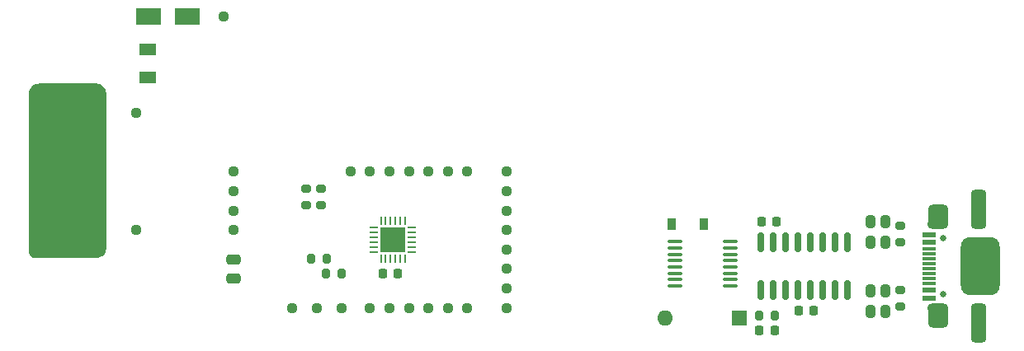
<source format=gbr>
%TF.GenerationSoftware,KiCad,Pcbnew,6.0.11+dfsg-1~bpo11+1*%
%TF.CreationDate,2024-03-25T23:47:08-04:00*%
%TF.ProjectId,Controller - ATTiny,436f6e74-726f-46c6-9c65-72202d204154,0.0.0*%
%TF.SameCoordinates,Original*%
%TF.FileFunction,Soldermask,Top*%
%TF.FilePolarity,Negative*%
%FSLAX46Y46*%
G04 Gerber Fmt 4.6, Leading zero omitted, Abs format (unit mm)*
G04 Created by KiCad (PCBNEW 6.0.11+dfsg-1~bpo11+1) date 2024-03-25 23:47:08*
%MOMM*%
%LPD*%
G01*
G04 APERTURE LIST*
G04 Aperture macros list*
%AMRoundRect*
0 Rectangle with rounded corners*
0 $1 Rounding radius*
0 $2 $3 $4 $5 $6 $7 $8 $9 X,Y pos of 4 corners*
0 Add a 4 corners polygon primitive as box body*
4,1,4,$2,$3,$4,$5,$6,$7,$8,$9,$2,$3,0*
0 Add four circle primitives for the rounded corners*
1,1,$1+$1,$2,$3*
1,1,$1+$1,$4,$5*
1,1,$1+$1,$6,$7*
1,1,$1+$1,$8,$9*
0 Add four rect primitives between the rounded corners*
20,1,$1+$1,$2,$3,$4,$5,0*
20,1,$1+$1,$4,$5,$6,$7,0*
20,1,$1+$1,$6,$7,$8,$9,0*
20,1,$1+$1,$8,$9,$2,$3,0*%
G04 Aperture macros list end*
%ADD10RoundRect,0.100000X-0.637500X-0.100000X0.637500X-0.100000X0.637500X0.100000X-0.637500X0.100000X0*%
%ADD11RoundRect,0.200000X-0.200000X-0.275000X0.200000X-0.275000X0.200000X0.275000X-0.200000X0.275000X0*%
%ADD12RoundRect,0.218750X-0.218750X-0.256250X0.218750X-0.256250X0.218750X0.256250X-0.218750X0.256250X0*%
%ADD13RoundRect,0.330000X-0.170000X-0.170000X0.170000X-0.170000X0.170000X0.170000X-0.170000X0.170000X0*%
%ADD14RoundRect,0.200000X-0.275000X0.200000X-0.275000X-0.200000X0.275000X-0.200000X0.275000X0.200000X0*%
%ADD15RoundRect,0.250000X-0.475000X0.250000X-0.475000X-0.250000X0.475000X-0.250000X0.475000X0.250000X0*%
%ADD16R,0.900000X1.200000*%
%ADD17RoundRect,0.330000X0.170000X-0.170000X0.170000X0.170000X-0.170000X0.170000X-0.170000X-0.170000X0*%
%ADD18RoundRect,0.225000X0.225000X0.250000X-0.225000X0.250000X-0.225000X-0.250000X0.225000X-0.250000X0*%
%ADD19R,1.730000X1.190000*%
%ADD20R,1.600000X1.600000*%
%ADD21O,1.600000X1.600000*%
%ADD22RoundRect,0.062500X0.062500X-0.350000X0.062500X0.350000X-0.062500X0.350000X-0.062500X-0.350000X0*%
%ADD23RoundRect,0.062500X0.350000X-0.062500X0.350000X0.062500X-0.350000X0.062500X-0.350000X-0.062500X0*%
%ADD24R,2.600000X2.600000*%
%ADD25RoundRect,0.150000X0.150000X-0.825000X0.150000X0.825000X-0.150000X0.825000X-0.150000X-0.825000X0*%
%ADD26RoundRect,0.237500X-0.237500X0.400000X-0.237500X-0.400000X0.237500X-0.400000X0.237500X0.400000X0*%
%ADD27RoundRect,0.237500X0.237500X-0.400000X0.237500X0.400000X-0.237500X0.400000X-0.237500X-0.400000X0*%
%ADD28R,2.500000X1.800000*%
%ADD29RoundRect,0.225000X-0.225000X-0.250000X0.225000X-0.250000X0.225000X0.250000X-0.225000X0.250000X0*%
%ADD30RoundRect,0.200000X0.275000X-0.200000X0.275000X0.200000X-0.275000X0.200000X-0.275000X-0.200000X0*%
%ADD31C,0.650000*%
%ADD32R,1.450000X0.600000*%
%ADD33R,1.450000X0.300000*%
%ADD34O,1.600000X1.000000*%
%ADD35RoundRect,0.400000X0.400000X-1.600000X0.400000X1.600000X-0.400000X1.600000X-0.400000X-1.600000X0*%
%ADD36O,2.100000X1.000000*%
%ADD37RoundRect,0.525000X0.525000X-0.725000X0.525000X0.725000X-0.525000X0.725000X-0.525000X-0.725000X0*%
%ADD38RoundRect,1.000000X-1.000000X2.000000X-1.000000X-2.000000X1.000000X-2.000000X1.000000X2.000000X0*%
G04 APERTURE END LIST*
D10*
%TO.C,U502*%
X116263500Y-107199000D03*
X116263500Y-107849000D03*
X116263500Y-108499000D03*
X116263500Y-109149000D03*
X116263500Y-109799000D03*
X116263500Y-110449000D03*
X116263500Y-111099000D03*
X116263500Y-111749000D03*
X121988500Y-111749000D03*
X121988500Y-111099000D03*
X121988500Y-110449000D03*
X121988500Y-109799000D03*
X121988500Y-109149000D03*
X121988500Y-108499000D03*
X121988500Y-107849000D03*
X121988500Y-107199000D03*
%TD*%
D11*
%TO.C,R501*%
X124905000Y-114793500D03*
X126555000Y-114793500D03*
%TD*%
D12*
%TO.C,D502*%
X124942500Y-116332000D03*
X126517500Y-116332000D03*
%TD*%
D13*
%TO.C,TPc1*%
X87000000Y-114000000D03*
%TD*%
D14*
%TO.C,R5*%
X139446000Y-112205000D03*
X139446000Y-113855000D03*
%TD*%
D15*
%TO.C,C2*%
X71000000Y-109050000D03*
X71000000Y-110950000D03*
%TD*%
D16*
%TO.C,D501*%
X115952000Y-105410000D03*
X119252000Y-105410000D03*
%TD*%
D11*
%TO.C,R3*%
X78931000Y-108966000D03*
X80581000Y-108966000D03*
%TD*%
D13*
%TO.C,TP3*%
X71000000Y-106000000D03*
%TD*%
%TO.C,TP1*%
X61000000Y-94000000D03*
%TD*%
D17*
%TO.C,TPc4*%
X93000000Y-114000000D03*
%TD*%
D18*
%TO.C,C1*%
X87897000Y-110490000D03*
X86347000Y-110490000D03*
%TD*%
D13*
%TO.C,TPb4*%
X99000000Y-108000000D03*
%TD*%
D19*
%TO.C,F1*%
X62176000Y-90350000D03*
X62176000Y-87450000D03*
%TD*%
D14*
%TO.C,R1*%
X78486000Y-101791000D03*
X78486000Y-103441000D03*
%TD*%
D17*
%TO.C,TPa2*%
X85000000Y-100000000D03*
%TD*%
%TO.C,TPc5*%
X95000000Y-114000000D03*
%TD*%
D11*
%TO.C,R4*%
X80455000Y-110490000D03*
X82105000Y-110490000D03*
%TD*%
D17*
%TO.C,TPa4*%
X89000000Y-100000000D03*
%TD*%
%TO.C,TP9*%
X77000000Y-114000000D03*
%TD*%
D20*
%TO.C,SW504*%
X122936000Y-115062000D03*
D21*
X115316000Y-115062000D03*
%TD*%
D13*
%TO.C,TPb1*%
X99000000Y-102000000D03*
%TD*%
D17*
%TO.C,TPc2*%
X89000000Y-114000000D03*
%TD*%
%TO.C,TPa7*%
X95000000Y-100000000D03*
%TD*%
D22*
%TO.C,U1*%
X86126000Y-108947500D03*
X86626000Y-108947500D03*
X87126000Y-108947500D03*
X87626000Y-108947500D03*
X88126000Y-108947500D03*
X88626000Y-108947500D03*
D23*
X89313500Y-108260000D03*
X89313500Y-107760000D03*
X89313500Y-107260000D03*
X89313500Y-106760000D03*
X89313500Y-106260000D03*
X89313500Y-105760000D03*
D22*
X88626000Y-105072500D03*
X88126000Y-105072500D03*
X87626000Y-105072500D03*
X87126000Y-105072500D03*
X86626000Y-105072500D03*
X86126000Y-105072500D03*
D23*
X85438500Y-105760000D03*
X85438500Y-106260000D03*
X85438500Y-106760000D03*
X85438500Y-107260000D03*
X85438500Y-107760000D03*
X85438500Y-108260000D03*
D24*
X87376000Y-107010000D03*
%TD*%
D13*
%TO.C,TPc0*%
X85000000Y-114000000D03*
%TD*%
%TO.C,TP2*%
X70000000Y-84074000D03*
%TD*%
%TO.C,TPb5*%
X99000000Y-110000000D03*
%TD*%
%TO.C,TP7*%
X61000000Y-106000000D03*
%TD*%
D25*
%TO.C,U501*%
X125095000Y-112203000D03*
X126365000Y-112203000D03*
X127635000Y-112203000D03*
X128905000Y-112203000D03*
X130175000Y-112203000D03*
X131445000Y-112203000D03*
X132715000Y-112203000D03*
X133985000Y-112203000D03*
X133985000Y-107253000D03*
X132715000Y-107253000D03*
X131445000Y-107253000D03*
X130175000Y-107253000D03*
X128905000Y-107253000D03*
X127635000Y-107253000D03*
X126365000Y-107253000D03*
X125095000Y-107253000D03*
%TD*%
D17*
%TO.C,TPa0*%
X82080000Y-114000000D03*
%TD*%
%TO.C,TPa6*%
X93000000Y-100000000D03*
%TD*%
%TO.C,TPa1*%
X83000000Y-100000000D03*
%TD*%
D26*
%TO.C,D4*%
X137922000Y-112224000D03*
X137922000Y-114344000D03*
%TD*%
D13*
%TO.C,TPb2*%
X99000000Y-104000000D03*
%TD*%
%TO.C,TP6*%
X71000000Y-104000000D03*
%TD*%
D17*
%TO.C,TP8*%
X79540000Y-114000000D03*
%TD*%
D14*
%TO.C,R2*%
X80010000Y-101791000D03*
X80010000Y-103441000D03*
%TD*%
D27*
%TO.C,D5*%
X137922000Y-107232000D03*
X137922000Y-105112000D03*
%TD*%
D17*
%TO.C,TPa5*%
X91000000Y-100000000D03*
%TD*%
D13*
%TO.C,TPb7*%
X99000000Y-114000000D03*
%TD*%
%TO.C,TPb0*%
X99000000Y-100000000D03*
%TD*%
D28*
%TO.C,D1*%
X66262000Y-84074000D03*
X62262000Y-84074000D03*
%TD*%
D26*
%TO.C,D2*%
X136398000Y-112224000D03*
X136398000Y-114344000D03*
%TD*%
D13*
%TO.C,TPb3*%
X99000000Y-106000000D03*
%TD*%
D29*
%TO.C,C501*%
X129019000Y-114300000D03*
X130569000Y-114300000D03*
%TD*%
D17*
%TO.C,TPc3*%
X91000000Y-114000000D03*
%TD*%
D30*
%TO.C,R6*%
X139446000Y-107251000D03*
X139446000Y-105601000D03*
%TD*%
D17*
%TO.C,TPa3*%
X87000000Y-100000000D03*
%TD*%
D31*
%TO.C,J1*%
X143800000Y-106838000D03*
X143800000Y-112618000D03*
D32*
X142355000Y-112978000D03*
X142355000Y-112178000D03*
D33*
X142355000Y-110978000D03*
X142355000Y-109978000D03*
X142355000Y-109478000D03*
X142355000Y-108478000D03*
D32*
X142355000Y-107278000D03*
X142355000Y-106478000D03*
X142355000Y-106478000D03*
X142355000Y-107278000D03*
D33*
X142355000Y-107978000D03*
X142355000Y-108978000D03*
X142355000Y-110478000D03*
X142355000Y-111478000D03*
D32*
X142355000Y-112178000D03*
X142355000Y-112978000D03*
D34*
X147450000Y-105408000D03*
D35*
X147450000Y-103881035D03*
D36*
X143270000Y-114048000D03*
X143270000Y-105408000D03*
D37*
X143281795Y-114824965D03*
D34*
X147450000Y-114048000D03*
D37*
X143281795Y-104631035D03*
D38*
X147670000Y-109728000D03*
D35*
X147450000Y-115574965D03*
%TD*%
D27*
%TO.C,D3*%
X136398000Y-107232000D03*
X136398000Y-105112000D03*
%TD*%
D13*
%TO.C,TP4*%
X71000000Y-100000000D03*
%TD*%
%TO.C,TP5*%
X71000000Y-102000000D03*
%TD*%
%TO.C,TPb6*%
X99000000Y-112000000D03*
%TD*%
D29*
%TO.C,C502*%
X125209000Y-105156000D03*
X126759000Y-105156000D03*
%TD*%
G36*
X56944163Y-90960607D02*
G01*
X57120737Y-90977998D01*
X57144963Y-90982816D01*
X57308809Y-91032518D01*
X57331629Y-91041971D01*
X57482628Y-91122681D01*
X57503166Y-91136404D01*
X57635515Y-91245020D01*
X57652980Y-91262485D01*
X57761596Y-91394834D01*
X57775319Y-91415372D01*
X57856029Y-91566371D01*
X57865482Y-91589191D01*
X57915184Y-91753037D01*
X57920002Y-91777263D01*
X57937393Y-91953837D01*
X57938000Y-91966187D01*
X57938000Y-107885813D01*
X57937393Y-107898163D01*
X57920002Y-108074737D01*
X57915184Y-108098963D01*
X57865482Y-108262809D01*
X57856029Y-108285629D01*
X57775319Y-108436628D01*
X57761596Y-108457166D01*
X57652980Y-108589515D01*
X57635515Y-108606980D01*
X57503166Y-108715596D01*
X57482628Y-108729319D01*
X57331629Y-108810029D01*
X57308809Y-108819482D01*
X57144963Y-108869184D01*
X57120737Y-108874002D01*
X56944163Y-108891393D01*
X56931813Y-108892000D01*
X50515629Y-108892000D01*
X50450833Y-108874062D01*
X50450311Y-108873749D01*
X50440048Y-108866890D01*
X50430088Y-108859503D01*
X50425214Y-108855700D01*
X50371050Y-108811249D01*
X50366366Y-108807208D01*
X50300884Y-108747858D01*
X50292142Y-108739116D01*
X50234868Y-108675925D01*
X50227022Y-108666365D01*
X50176223Y-108597869D01*
X50169354Y-108587589D01*
X50125508Y-108514437D01*
X50119679Y-108503531D01*
X50083213Y-108426429D01*
X50078482Y-108415006D01*
X50049756Y-108334723D01*
X50046166Y-108322890D01*
X50025442Y-108240153D01*
X50023030Y-108228027D01*
X50010062Y-108140609D01*
X50009305Y-108134471D01*
X50004968Y-108090440D01*
X50004702Y-108087357D01*
X50001432Y-108043019D01*
X50001129Y-108036844D01*
X50000038Y-107992419D01*
X50000000Y-107989326D01*
X50000000Y-92010674D01*
X50000038Y-92007581D01*
X50001129Y-91963156D01*
X50001432Y-91956981D01*
X50004702Y-91912643D01*
X50004968Y-91909560D01*
X50009305Y-91865529D01*
X50010062Y-91859392D01*
X50023029Y-91771976D01*
X50025441Y-91759849D01*
X50046164Y-91677117D01*
X50049753Y-91665284D01*
X50078482Y-91584991D01*
X50083214Y-91573567D01*
X50119679Y-91496468D01*
X50125508Y-91485563D01*
X50169354Y-91412411D01*
X50176223Y-91402131D01*
X50227018Y-91333641D01*
X50234862Y-91324083D01*
X50292140Y-91260885D01*
X50300885Y-91252140D01*
X50364076Y-91194867D01*
X50373635Y-91187022D01*
X50442131Y-91136223D01*
X50452411Y-91129354D01*
X50525563Y-91085508D01*
X50536469Y-91079679D01*
X50613565Y-91043216D01*
X50624988Y-91038485D01*
X50705285Y-91009754D01*
X50717118Y-91006164D01*
X50799849Y-90985441D01*
X50811976Y-90983029D01*
X50899392Y-90970062D01*
X50905529Y-90969305D01*
X50949560Y-90964968D01*
X50952643Y-90964702D01*
X50996981Y-90961432D01*
X51003156Y-90961129D01*
X51047581Y-90960038D01*
X51050674Y-90960000D01*
X56931813Y-90960000D01*
X56944163Y-90960607D01*
G37*
M02*

</source>
